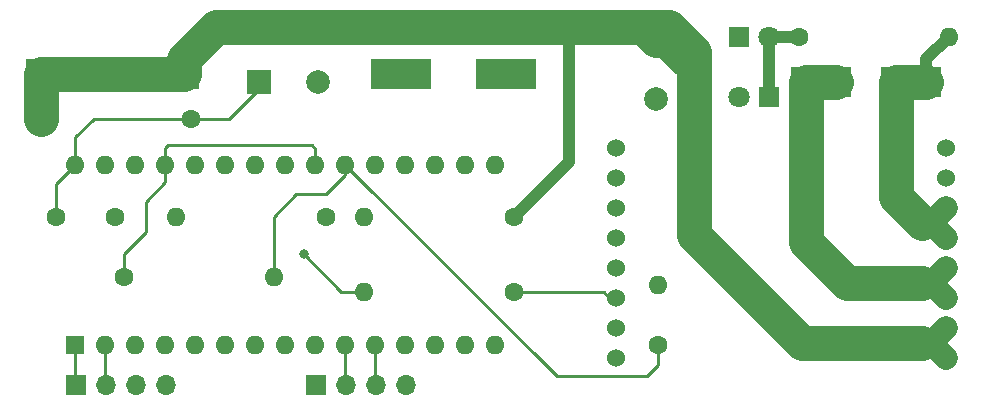
<source format=gbl>
%TF.GenerationSoftware,KiCad,Pcbnew,6.0.11+dfsg-1*%
%TF.CreationDate,2024-03-12T04:01:45-04:00*%
%TF.ProjectId,pypilot-motor,70797069-6c6f-4742-9d6d-6f746f722e6b,rev?*%
%TF.SameCoordinates,Original*%
%TF.FileFunction,Copper,L2,Bot*%
%TF.FilePolarity,Positive*%
%FSLAX46Y46*%
G04 Gerber Fmt 4.6, Leading zero omitted, Abs format (unit mm)*
G04 Created by KiCad (PCBNEW 6.0.11+dfsg-1) date 2024-03-12 04:01:45*
%MOMM*%
%LPD*%
G01*
G04 APERTURE LIST*
%TA.AperFunction,ComponentPad*%
%ADD10R,1.600000X1.600000*%
%TD*%
%TA.AperFunction,ComponentPad*%
%ADD11O,1.600000X1.600000*%
%TD*%
%TA.AperFunction,ComponentPad*%
%ADD12C,1.524000*%
%TD*%
%TA.AperFunction,ComponentPad*%
%ADD13C,1.600000*%
%TD*%
%TA.AperFunction,ComponentPad*%
%ADD14R,2.000000X2.000000*%
%TD*%
%TA.AperFunction,ComponentPad*%
%ADD15C,2.000000*%
%TD*%
%TA.AperFunction,ComponentPad*%
%ADD16R,2.540000X2.540000*%
%TD*%
%TA.AperFunction,ComponentPad*%
%ADD17R,1.700000X1.700000*%
%TD*%
%TA.AperFunction,ComponentPad*%
%ADD18O,1.700000X1.700000*%
%TD*%
%TA.AperFunction,ComponentPad*%
%ADD19R,1.800000X1.800000*%
%TD*%
%TA.AperFunction,ComponentPad*%
%ADD20C,1.800000*%
%TD*%
%TA.AperFunction,ViaPad*%
%ADD21C,0.800000*%
%TD*%
%TA.AperFunction,Conductor*%
%ADD22C,0.250000*%
%TD*%
%TA.AperFunction,Conductor*%
%ADD23C,3.000000*%
%TD*%
%TA.AperFunction,Conductor*%
%ADD24C,1.000000*%
%TD*%
%TA.AperFunction,Conductor*%
%ADD25C,2.999999*%
%TD*%
%TA.AperFunction,Conductor*%
%ADD26C,2.000000*%
%TD*%
G04 APERTURE END LIST*
D10*
%TO.P,A3,1*%
%TO.N,Net-(A3-Pad1)*%
X108950000Y-123880000D03*
D11*
%TO.P,A3,2*%
%TO.N,Net-(A3-Pad2)*%
X111490000Y-123880000D03*
%TO.P,A3,3*%
%TO.N,Net-(A3-Pad3)*%
X114030000Y-123880000D03*
%TO.P,A3,4*%
%TO.N,GND*%
X116570000Y-123880000D03*
%TO.P,A3,5*%
%TO.N,DIR*%
X119110000Y-123880000D03*
%TO.P,A3,6*%
%TO.N,Net-(A3-Pad6)*%
X121650000Y-123880000D03*
%TO.P,A3,7*%
%TO.N,GND*%
X124190000Y-123880000D03*
%TO.P,A3,8*%
%TO.N,Net-(A3-Pad8)*%
X126730000Y-123880000D03*
%TO.P,A3,9*%
%TO.N,GND*%
X129270000Y-123880000D03*
%TO.P,A3,10*%
%TO.N,Net-(A3-Pad10)*%
X131810000Y-123880000D03*
%TO.P,A3,11*%
%TO.N,Net-(A3-Pad11)*%
X134350000Y-123880000D03*
%TO.P,A3,12*%
%TO.N,PWM*%
X136890000Y-123880000D03*
%TO.P,A3,13*%
%TO.N,~{SLP}*%
X139430000Y-123880000D03*
%TO.P,A3,14*%
%TO.N,Net-(A3-Pad14)*%
X141970000Y-123880000D03*
%TO.P,A3,15*%
%TO.N,Net-(A3-Pad15)*%
X144510000Y-123880000D03*
%TO.P,A3,16*%
%TO.N,Net-(A3-Pad16)*%
X144510000Y-108640000D03*
%TO.P,A3,17*%
%TO.N,Net-(A3-Pad17)*%
X141970000Y-108640000D03*
%TO.P,A3,18*%
%TO.N,Net-(A3-Pad18)*%
X139430000Y-108640000D03*
%TO.P,A3,19*%
%TO.N,Net-(A3-Pad19)*%
X136890000Y-108640000D03*
%TO.P,A3,20*%
%TO.N,Net-(A3-Pad20)*%
X134350000Y-108640000D03*
%TO.P,A3,21*%
%TO.N,Net-(A3-Pad21)*%
X131810000Y-108640000D03*
%TO.P,A3,22*%
%TO.N,Net-(A3-Pad27)*%
X129270000Y-108640000D03*
%TO.P,A3,23*%
%TO.N,GND*%
X126730000Y-108640000D03*
%TO.P,A3,24*%
X124190000Y-108640000D03*
%TO.P,A3,25*%
X121650000Y-108640000D03*
%TO.P,A3,26*%
X119110000Y-108640000D03*
%TO.P,A3,27*%
%TO.N,Net-(A3-Pad27)*%
X116570000Y-108640000D03*
%TO.P,A3,28*%
%TO.N,Net-(A3-Pad28)*%
X114030000Y-108640000D03*
%TO.P,A3,29*%
%TO.N,GND*%
X111490000Y-108640000D03*
%TO.P,A3,30*%
%TO.N,Net-(A3-Pad30)*%
X108950000Y-108640000D03*
%TD*%
D12*
%TO.P,A4,1*%
%TO.N,+12V*%
X182626000Y-124968000D03*
%TO.P,A4,2*%
X182626000Y-122428000D03*
%TO.P,A4,3*%
%TO.N,/MOTORA*%
X182626000Y-119888000D03*
%TO.P,A4,4*%
X182626000Y-117348000D03*
%TO.P,A4,5*%
%TO.N,/MOTORB*%
X182626000Y-114808000D03*
%TO.P,A4,6*%
X182626000Y-112268000D03*
%TO.P,A4,7*%
%TO.N,GND*%
X182626000Y-109728000D03*
%TO.P,A4,8*%
X182626000Y-107188000D03*
%TO.P,A4,9*%
X154686000Y-107188000D03*
%TO.P,A4,10*%
%TO.N,DIR*%
X154686000Y-109728000D03*
%TO.P,A4,11*%
%TO.N,PWM*%
X154686000Y-112268000D03*
%TO.P,A4,12*%
%TO.N,~{SLP}*%
X154686000Y-114808000D03*
%TO.P,A4,13*%
%TO.N,Net-(A4-Pad13)*%
X154686000Y-117348000D03*
%TO.P,A4,14*%
%TO.N,Net-(A4-Pad14)*%
X154686000Y-119888000D03*
%TO.P,A4,15*%
%TO.N,Net-(A4-Pad15)*%
X154686000Y-122428000D03*
%TO.P,A4,16*%
%TO.N,Net-(A4-Pad16)*%
X154686000Y-124968000D03*
%TD*%
D13*
%TO.P,C7,1*%
%TO.N,Net-(A3-Pad30)*%
X107315000Y-113030000D03*
%TO.P,C7,2*%
%TO.N,GND*%
X112315000Y-113030000D03*
%TD*%
D14*
%TO.P,C9,1*%
%TO.N,+12V*%
X158140400Y-98069400D03*
D15*
%TO.P,C9,2*%
%TO.N,GND*%
X158140400Y-103069400D03*
%TD*%
D16*
%TO.P,J4,1*%
%TO.N,+12V*%
X106045000Y-100965000D03*
X108585000Y-100965000D03*
%TD*%
%TO.P,J5,1*%
%TO.N,+12V*%
X115570000Y-100965000D03*
X118110000Y-100965000D03*
%TD*%
D17*
%TO.P,J7,1*%
%TO.N,Net-(A3-Pad1)*%
X108966000Y-127254000D03*
D18*
%TO.P,J7,2*%
%TO.N,Net-(A3-Pad2)*%
X111506000Y-127254000D03*
%TO.P,J7,3*%
%TO.N,Net-(J7-Pad3)*%
X114046000Y-127254000D03*
%TO.P,J7,4*%
%TO.N,GND*%
X116586000Y-127254000D03*
%TD*%
D16*
%TO.P,J8,1*%
%TO.N,/MOTORA*%
X173355000Y-101600000D03*
X170815000Y-101600000D03*
%TD*%
D17*
%TO.P,J9,1*%
%TO.N,Net-(J9-Pad1)*%
X129286000Y-127304800D03*
D18*
%TO.P,J9,2*%
%TO.N,Net-(A3-Pad10)*%
X131826000Y-127304800D03*
%TO.P,J9,3*%
%TO.N,Net-(A3-Pad11)*%
X134366000Y-127304800D03*
%TO.P,J9,4*%
%TO.N,GND*%
X136906000Y-127304800D03*
%TD*%
D16*
%TO.P,J11,1*%
%TO.N,/MOTORB*%
X180975000Y-101600000D03*
X178435000Y-101600000D03*
%TD*%
%TO.P,J12,1*%
%TO.N,GND*%
X137795000Y-100965000D03*
X135255000Y-100965000D03*
%TD*%
%TO.P,J13,1*%
%TO.N,GND*%
X146685000Y-100965000D03*
X144145000Y-100965000D03*
%TD*%
D13*
%TO.P,R3,1*%
%TO.N,+12V*%
X146050000Y-113030000D03*
D11*
%TO.P,R3,2*%
%TO.N,Net-(A3-Pad19)*%
X133350000Y-113030000D03*
%TD*%
D13*
%TO.P,R4,1*%
%TO.N,Net-(A3-Pad27)*%
X113030000Y-118110000D03*
D11*
%TO.P,R4,2*%
%TO.N,Net-(A3-Pad21)*%
X125730000Y-118110000D03*
%TD*%
D13*
%TO.P,R5,1*%
%TO.N,Net-(A3-Pad30)*%
X118745000Y-104775000D03*
D11*
%TO.P,R5,2*%
%TO.N,+12V*%
X106045000Y-104775000D03*
%TD*%
D13*
%TO.P,R6,1*%
%TO.N,Net-(A3-Pad19)*%
X130175000Y-113030000D03*
D11*
%TO.P,R6,2*%
%TO.N,GND*%
X117475000Y-113030000D03*
%TD*%
D13*
%TO.P,R9,1*%
%TO.N,Net-(A4-Pad14)*%
X146050000Y-119380000D03*
D11*
%TO.P,R9,2*%
%TO.N,Net-(A3-Pad20)*%
X133350000Y-119380000D03*
%TD*%
D13*
%TO.P,TH1,1*%
%TO.N,Net-(A3-Pad21)*%
X158318200Y-123926600D03*
D11*
%TO.P,TH1,2*%
%TO.N,GND*%
X158318200Y-118846600D03*
%TD*%
D14*
%TO.P,C8,1*%
%TO.N,Net-(A3-Pad30)*%
X124460000Y-101600000D03*
D15*
%TO.P,C8,2*%
%TO.N,GND*%
X129460000Y-101600000D03*
%TD*%
D19*
%TO.P,D2,1*%
%TO.N,Net-(D2-Pad1)*%
X167640000Y-102870000D03*
D20*
%TO.P,D2,2*%
%TO.N,/MOTORA*%
X165100000Y-102870000D03*
%TD*%
D13*
%TO.P,R10,1*%
%TO.N,Net-(D2-Pad1)*%
X170180000Y-97790000D03*
D11*
%TO.P,R10,2*%
%TO.N,/MOTORB*%
X182880000Y-97790000D03*
%TD*%
D19*
%TO.P,D3,1*%
%TO.N,/MOTORA*%
X165100000Y-97790000D03*
D20*
%TO.P,D3,2*%
%TO.N,Net-(D2-Pad1)*%
X167640000Y-97790000D03*
%TD*%
D21*
%TO.N,+12V*%
X180594000Y-123698000D03*
%TO.N,Net-(A3-Pad20)*%
X128270000Y-116205000D03*
%TO.N,/MOTORA*%
X180594000Y-118618000D03*
%TO.N,/MOTORB*%
X180594000Y-113538000D03*
%TD*%
D22*
%TO.N,Net-(A3-Pad2)*%
X111490000Y-123880000D02*
X111490000Y-127365000D01*
X111490000Y-127365000D02*
X111760000Y-127635000D01*
%TO.N,Net-(A3-Pad1)*%
X108950000Y-123880000D02*
X108950000Y-127365000D01*
X108950000Y-127365000D02*
X109220000Y-127635000D01*
D23*
%TO.N,+12V*%
X120829991Y-96975009D02*
X157046009Y-96975009D01*
D24*
X146050000Y-113030000D02*
X150723600Y-108356400D01*
D25*
X108585000Y-100965000D02*
X115570000Y-100965000D01*
D23*
X161290000Y-100368002D02*
X161290000Y-114554000D01*
D26*
X181356000Y-123698000D02*
X182626000Y-122428000D01*
D25*
X106045000Y-100965000D02*
X106045000Y-104775000D01*
D23*
X159205009Y-96975009D02*
X157046009Y-96975009D01*
D25*
X106045000Y-100965000D02*
X108585000Y-100965000D01*
D26*
X181356000Y-123698000D02*
X182626000Y-124968000D01*
D25*
X118110000Y-99695000D02*
X120829991Y-96975009D01*
D23*
X157046009Y-96975009D02*
X158140400Y-98069400D01*
D25*
X118110000Y-100965000D02*
X118110000Y-99695000D01*
D23*
X161290000Y-100368002D02*
X161290000Y-99060000D01*
X180594000Y-123698000D02*
X170434000Y-123698000D01*
X161290000Y-114554000D02*
X170434000Y-123698000D01*
X159205009Y-98283011D02*
X161290000Y-100368002D01*
X161290000Y-99060000D02*
X159205009Y-96975009D01*
D25*
X115570000Y-100965000D02*
X118110000Y-100965000D01*
D24*
X150723600Y-108356400D02*
X150723600Y-97967800D01*
D26*
X180594000Y-123698000D02*
X181356000Y-123698000D01*
D22*
%TO.N,Net-(A3-Pad30)*%
X110490000Y-104775000D02*
X108950000Y-106315000D01*
X124460000Y-101600000D02*
X124460000Y-102235000D01*
X118745000Y-104775000D02*
X110490000Y-104775000D01*
X121920000Y-104775000D02*
X118745000Y-104775000D01*
X108950000Y-106315000D02*
X108950000Y-108640000D01*
X108950000Y-108640000D02*
X107315000Y-110275000D01*
X107315000Y-110275000D02*
X107315000Y-113030000D01*
X124460000Y-102235000D02*
X121920000Y-104775000D01*
%TO.N,Net-(A3-Pad27)*%
X116570000Y-108640000D02*
X116570000Y-107180000D01*
X113030000Y-116205000D02*
X113030000Y-118110000D01*
X129000000Y-107000000D02*
X129270000Y-107270000D01*
X116570000Y-107180000D02*
X116750000Y-107000000D01*
X114935000Y-114300000D02*
X113030000Y-116205000D01*
X116570000Y-108640000D02*
X116570000Y-110125000D01*
X116750000Y-107000000D02*
X129000000Y-107000000D01*
X114935000Y-111760000D02*
X114935000Y-114300000D01*
X116570000Y-110125000D02*
X114935000Y-111760000D01*
X129270000Y-107270000D02*
X129270000Y-108640000D01*
%TO.N,Net-(A3-Pad11)*%
X134350000Y-127365000D02*
X134620000Y-127635000D01*
X134350000Y-123880000D02*
X134350000Y-127365000D01*
%TO.N,Net-(A3-Pad10)*%
X131810000Y-127365000D02*
X132080000Y-127635000D01*
X131810000Y-123880000D02*
X131810000Y-127365000D01*
%TO.N,Net-(A3-Pad21)*%
X125730000Y-118110000D02*
X125730000Y-113030000D01*
X158318200Y-125577600D02*
X158318200Y-123926600D01*
X149717999Y-126547999D02*
X157347801Y-126547999D01*
X157347801Y-126547999D02*
X158318200Y-125577600D01*
X131810000Y-109490000D02*
X131810000Y-108640000D01*
X131810000Y-108640000D02*
X149717999Y-126547999D01*
X130175000Y-111125000D02*
X131810000Y-109490000D01*
X125730000Y-113030000D02*
X127635000Y-111125000D01*
X127635000Y-111125000D02*
X130175000Y-111125000D01*
%TO.N,Net-(A3-Pad20)*%
X131445000Y-119380000D02*
X128270000Y-116205000D01*
X133350000Y-119380000D02*
X131445000Y-119380000D01*
D25*
%TO.N,/MOTORA*%
X170815000Y-101600000D02*
X170815000Y-115189000D01*
X170815000Y-101600000D02*
X173355000Y-101600000D01*
D26*
X181356000Y-118618000D02*
X182626000Y-117348000D01*
D23*
X174244000Y-118618000D02*
X170815000Y-115189000D01*
D26*
X180594000Y-118618000D02*
X181356000Y-118618000D01*
X181356000Y-118618000D02*
X182626000Y-119888000D01*
D23*
X180594000Y-118618000D02*
X174244000Y-118618000D01*
%TO.N,/MOTORB*%
X178435000Y-111379000D02*
X178435000Y-101600000D01*
X180594000Y-113538000D02*
X178435000Y-111379000D01*
D24*
X180975000Y-101600000D02*
X180975000Y-99695000D01*
D26*
X181356000Y-113538000D02*
X182626000Y-114808000D01*
D25*
X178435000Y-101600000D02*
X180975000Y-101600000D01*
D24*
X180975000Y-99695000D02*
X182880000Y-97790000D01*
D26*
X180594000Y-113538000D02*
X181356000Y-113538000D01*
X181356000Y-113538000D02*
X182626000Y-112268000D01*
D22*
%TO.N,Net-(A4-Pad14)*%
X146050000Y-119380000D02*
X153670000Y-119380000D01*
X153670000Y-119380000D02*
X154254200Y-119964200D01*
D24*
%TO.N,Net-(D2-Pad1)*%
X170180000Y-97790000D02*
X167640000Y-97790000D01*
X167640000Y-97790000D02*
X167640000Y-102870000D01*
%TD*%
M02*

</source>
